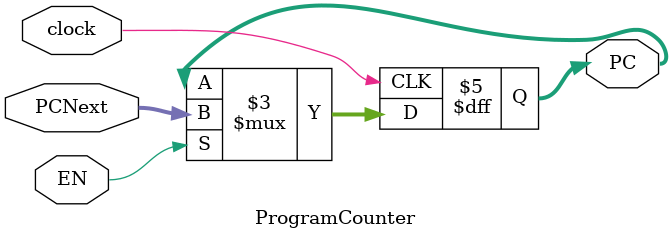
<source format=v>
`timescale 1ns / 1ps
module ProgramCounter(
    input EN,
    input clock,
    input [7:0] PCNext,
    output reg [7:0] PC
    );
	 initial
			PC=100;
		
	 always @(posedge clock)	//Main always block.
	 begin
	//#1;
		if(EN)	//If EN is enabled, then output the PCNext value.
			PC<=PCNext;
	 end
endmodule

</source>
